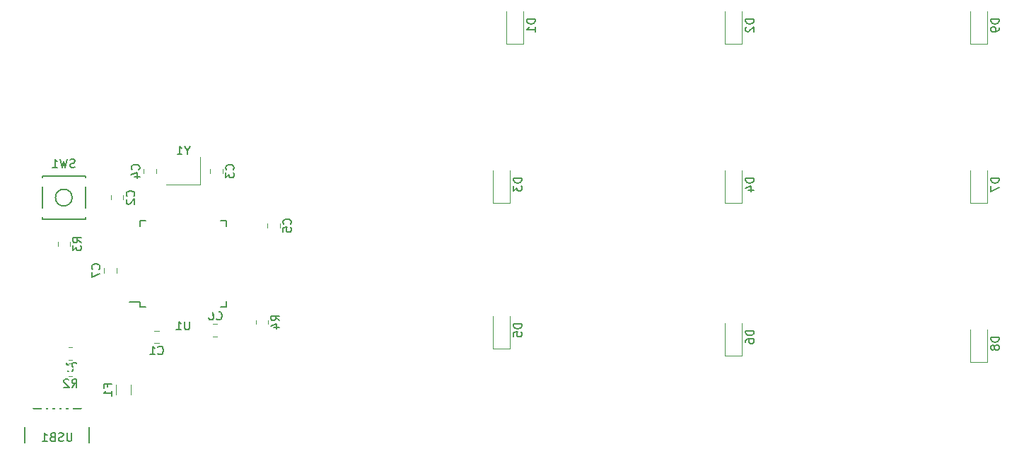
<source format=gbo>
%TF.GenerationSoftware,KiCad,Pcbnew,(5.1.10-1-10_14)*%
%TF.CreationDate,2021-07-24T22:10:12-05:00*%
%TF.ProjectId,Untitled,556e7469-746c-4656-942e-6b696361645f,rev?*%
%TF.SameCoordinates,Original*%
%TF.FileFunction,Legend,Bot*%
%TF.FilePolarity,Positive*%
%FSLAX46Y46*%
G04 Gerber Fmt 4.6, Leading zero omitted, Abs format (unit mm)*
G04 Created by KiCad (PCBNEW (5.1.10-1-10_14)) date 2021-07-24 22:10:12*
%MOMM*%
%LPD*%
G01*
G04 APERTURE LIST*
%ADD10C,0.150000*%
%ADD11C,0.120000*%
%ADD12O,1.700000X1.700000*%
%ADD13R,1.700000X1.700000*%
%ADD14R,0.500000X2.250000*%
%ADD15O,1.700000X2.700000*%
%ADD16C,1.750000*%
%ADD17C,2.250000*%
%ADD18C,3.987800*%
%ADD19R,1.200000X0.900000*%
%ADD20R,1.400000X1.200000*%
%ADD21R,1.500000X0.550000*%
%ADD22R,0.550000X1.500000*%
%ADD23R,1.800000X1.100000*%
G04 APERTURE END LIST*
D10*
%TO.C,USB1*%
X53856250Y-119634000D02*
X53856250Y-114184000D01*
X46156250Y-119634000D02*
X46156250Y-114184000D01*
X53856250Y-114184000D02*
X46156250Y-114184000D01*
D11*
%TO.C,D9*%
X161337500Y-70512500D02*
X161337500Y-66612500D01*
X159337500Y-70512500D02*
X159337500Y-66612500D01*
X161337500Y-70512500D02*
X159337500Y-70512500D01*
%TO.C,D8*%
X161337500Y-108612500D02*
X161337500Y-104712500D01*
X159337500Y-108612500D02*
X159337500Y-104712500D01*
X161337500Y-108612500D02*
X159337500Y-108612500D01*
%TO.C,D7*%
X161337500Y-89562500D02*
X161337500Y-85662500D01*
X159337500Y-89562500D02*
X159337500Y-85662500D01*
X161337500Y-89562500D02*
X159337500Y-89562500D01*
%TO.C,D6*%
X131968750Y-107818750D02*
X131968750Y-103918750D01*
X129968750Y-107818750D02*
X129968750Y-103918750D01*
X131968750Y-107818750D02*
X129968750Y-107818750D01*
%TO.C,D5*%
X104187500Y-107025000D02*
X104187500Y-103125000D01*
X102187500Y-107025000D02*
X102187500Y-103125000D01*
X104187500Y-107025000D02*
X102187500Y-107025000D01*
%TO.C,Y1*%
X67087500Y-87375000D02*
X63087500Y-87375000D01*
X67087500Y-84075000D02*
X67087500Y-87375000D01*
D10*
%TO.C,U1*%
X59912500Y-101437500D02*
X58637500Y-101437500D01*
X70262500Y-102012500D02*
X69587500Y-102012500D01*
X70262500Y-91662500D02*
X69587500Y-91662500D01*
X59912500Y-91662500D02*
X60587500Y-91662500D01*
X59912500Y-102012500D02*
X60587500Y-102012500D01*
X59912500Y-91662500D02*
X59912500Y-92337500D01*
X70262500Y-91662500D02*
X70262500Y-92337500D01*
X70262500Y-102012500D02*
X70262500Y-101337500D01*
X59912500Y-102012500D02*
X59912500Y-101437500D01*
%TO.C,SW1*%
X48200000Y-91500000D02*
X53400000Y-91500000D01*
X53400000Y-91500000D02*
X53400000Y-86300000D01*
X53400000Y-86300000D02*
X48200000Y-86300000D01*
X48200000Y-86300000D02*
X48200000Y-91500000D01*
X51800000Y-88900000D02*
G75*
G03*
X51800000Y-88900000I-1000000J0D01*
G01*
D11*
%TO.C,R4*%
X73782250Y-104017814D02*
X73782250Y-103563686D01*
X75252250Y-104017814D02*
X75252250Y-103563686D01*
%TO.C,R3*%
X50065000Y-94683314D02*
X50065000Y-94229186D01*
X51535000Y-94683314D02*
X51535000Y-94229186D01*
%TO.C,R2*%
X51366686Y-108802500D02*
X51820814Y-108802500D01*
X51366686Y-110272500D02*
X51820814Y-110272500D01*
%TO.C,R1*%
X51366686Y-106834000D02*
X51820814Y-106834000D01*
X51366686Y-108304000D02*
X51820814Y-108304000D01*
%TO.C,F1*%
X58853750Y-111316686D02*
X58853750Y-112520814D01*
X57033750Y-111316686D02*
X57033750Y-112520814D01*
%TO.C,D2*%
X131968750Y-70512500D02*
X129968750Y-70512500D01*
X129968750Y-70512500D02*
X129968750Y-66612500D01*
X131968750Y-70512500D02*
X131968750Y-66612500D01*
%TO.C,D4*%
X131968750Y-89562500D02*
X129968750Y-89562500D01*
X129968750Y-89562500D02*
X129968750Y-85662500D01*
X131968750Y-89562500D02*
X131968750Y-85662500D01*
%TO.C,D3*%
X104187500Y-89562500D02*
X102187500Y-89562500D01*
X102187500Y-89562500D02*
X102187500Y-85662500D01*
X104187500Y-89562500D02*
X104187500Y-85662500D01*
%TO.C,D1*%
X105775000Y-70512500D02*
X103775000Y-70512500D01*
X103775000Y-70512500D02*
X103775000Y-66612500D01*
X105775000Y-70512500D02*
X105775000Y-66612500D01*
%TO.C,C7*%
X57091250Y-97369998D02*
X57091250Y-97892502D01*
X55621250Y-97369998D02*
X55621250Y-97892502D01*
%TO.C,C6*%
X69190502Y-105510000D02*
X68667998Y-105510000D01*
X69190502Y-104040000D02*
X68667998Y-104040000D01*
%TO.C,C5*%
X75179250Y-92495002D02*
X75179250Y-91972498D01*
X76649250Y-92495002D02*
X76649250Y-91972498D01*
%TO.C,C4*%
X61853750Y-85463748D02*
X61853750Y-85986252D01*
X60383750Y-85463748D02*
X60383750Y-85986252D01*
%TO.C,C3*%
X68321250Y-85986252D02*
X68321250Y-85463748D01*
X69791250Y-85986252D02*
X69791250Y-85463748D01*
%TO.C,C2*%
X56415000Y-89161252D02*
X56415000Y-88638748D01*
X57885000Y-89161252D02*
X57885000Y-88638748D01*
%TO.C,C1*%
X61651248Y-104833750D02*
X62173752Y-104833750D01*
X61651248Y-106303750D02*
X62173752Y-106303750D01*
%TO.C,USB1*%
D10*
X51744345Y-117054380D02*
X51744345Y-117863904D01*
X51696726Y-117959142D01*
X51649107Y-118006761D01*
X51553869Y-118054380D01*
X51363392Y-118054380D01*
X51268154Y-118006761D01*
X51220535Y-117959142D01*
X51172916Y-117863904D01*
X51172916Y-117054380D01*
X50744345Y-118006761D02*
X50601488Y-118054380D01*
X50363392Y-118054380D01*
X50268154Y-118006761D01*
X50220535Y-117959142D01*
X50172916Y-117863904D01*
X50172916Y-117768666D01*
X50220535Y-117673428D01*
X50268154Y-117625809D01*
X50363392Y-117578190D01*
X50553869Y-117530571D01*
X50649107Y-117482952D01*
X50696726Y-117435333D01*
X50744345Y-117340095D01*
X50744345Y-117244857D01*
X50696726Y-117149619D01*
X50649107Y-117102000D01*
X50553869Y-117054380D01*
X50315773Y-117054380D01*
X50172916Y-117102000D01*
X49411011Y-117530571D02*
X49268154Y-117578190D01*
X49220535Y-117625809D01*
X49172916Y-117721047D01*
X49172916Y-117863904D01*
X49220535Y-117959142D01*
X49268154Y-118006761D01*
X49363392Y-118054380D01*
X49744345Y-118054380D01*
X49744345Y-117054380D01*
X49411011Y-117054380D01*
X49315773Y-117102000D01*
X49268154Y-117149619D01*
X49220535Y-117244857D01*
X49220535Y-117340095D01*
X49268154Y-117435333D01*
X49315773Y-117482952D01*
X49411011Y-117530571D01*
X49744345Y-117530571D01*
X48220535Y-118054380D02*
X48791964Y-118054380D01*
X48506250Y-118054380D02*
X48506250Y-117054380D01*
X48601488Y-117197238D01*
X48696726Y-117292476D01*
X48791964Y-117340095D01*
%TO.C,D9*%
X162789880Y-67524404D02*
X161789880Y-67524404D01*
X161789880Y-67762500D01*
X161837500Y-67905357D01*
X161932738Y-68000595D01*
X162027976Y-68048214D01*
X162218452Y-68095833D01*
X162361309Y-68095833D01*
X162551785Y-68048214D01*
X162647023Y-68000595D01*
X162742261Y-67905357D01*
X162789880Y-67762500D01*
X162789880Y-67524404D01*
X162789880Y-68572023D02*
X162789880Y-68762500D01*
X162742261Y-68857738D01*
X162694642Y-68905357D01*
X162551785Y-69000595D01*
X162361309Y-69048214D01*
X161980357Y-69048214D01*
X161885119Y-69000595D01*
X161837500Y-68952976D01*
X161789880Y-68857738D01*
X161789880Y-68667261D01*
X161837500Y-68572023D01*
X161885119Y-68524404D01*
X161980357Y-68476785D01*
X162218452Y-68476785D01*
X162313690Y-68524404D01*
X162361309Y-68572023D01*
X162408928Y-68667261D01*
X162408928Y-68857738D01*
X162361309Y-68952976D01*
X162313690Y-69000595D01*
X162218452Y-69048214D01*
%TO.C,D8*%
X162789880Y-105624404D02*
X161789880Y-105624404D01*
X161789880Y-105862500D01*
X161837500Y-106005357D01*
X161932738Y-106100595D01*
X162027976Y-106148214D01*
X162218452Y-106195833D01*
X162361309Y-106195833D01*
X162551785Y-106148214D01*
X162647023Y-106100595D01*
X162742261Y-106005357D01*
X162789880Y-105862500D01*
X162789880Y-105624404D01*
X162218452Y-106767261D02*
X162170833Y-106672023D01*
X162123214Y-106624404D01*
X162027976Y-106576785D01*
X161980357Y-106576785D01*
X161885119Y-106624404D01*
X161837500Y-106672023D01*
X161789880Y-106767261D01*
X161789880Y-106957738D01*
X161837500Y-107052976D01*
X161885119Y-107100595D01*
X161980357Y-107148214D01*
X162027976Y-107148214D01*
X162123214Y-107100595D01*
X162170833Y-107052976D01*
X162218452Y-106957738D01*
X162218452Y-106767261D01*
X162266071Y-106672023D01*
X162313690Y-106624404D01*
X162408928Y-106576785D01*
X162599404Y-106576785D01*
X162694642Y-106624404D01*
X162742261Y-106672023D01*
X162789880Y-106767261D01*
X162789880Y-106957738D01*
X162742261Y-107052976D01*
X162694642Y-107100595D01*
X162599404Y-107148214D01*
X162408928Y-107148214D01*
X162313690Y-107100595D01*
X162266071Y-107052976D01*
X162218452Y-106957738D01*
%TO.C,D7*%
X162789880Y-86574404D02*
X161789880Y-86574404D01*
X161789880Y-86812500D01*
X161837500Y-86955357D01*
X161932738Y-87050595D01*
X162027976Y-87098214D01*
X162218452Y-87145833D01*
X162361309Y-87145833D01*
X162551785Y-87098214D01*
X162647023Y-87050595D01*
X162742261Y-86955357D01*
X162789880Y-86812500D01*
X162789880Y-86574404D01*
X161789880Y-87479166D02*
X161789880Y-88145833D01*
X162789880Y-87717261D01*
%TO.C,D6*%
X133421130Y-104830654D02*
X132421130Y-104830654D01*
X132421130Y-105068750D01*
X132468750Y-105211607D01*
X132563988Y-105306845D01*
X132659226Y-105354464D01*
X132849702Y-105402083D01*
X132992559Y-105402083D01*
X133183035Y-105354464D01*
X133278273Y-105306845D01*
X133373511Y-105211607D01*
X133421130Y-105068750D01*
X133421130Y-104830654D01*
X132421130Y-106259226D02*
X132421130Y-106068750D01*
X132468750Y-105973511D01*
X132516369Y-105925892D01*
X132659226Y-105830654D01*
X132849702Y-105783035D01*
X133230654Y-105783035D01*
X133325892Y-105830654D01*
X133373511Y-105878273D01*
X133421130Y-105973511D01*
X133421130Y-106163988D01*
X133373511Y-106259226D01*
X133325892Y-106306845D01*
X133230654Y-106354464D01*
X132992559Y-106354464D01*
X132897321Y-106306845D01*
X132849702Y-106259226D01*
X132802083Y-106163988D01*
X132802083Y-105973511D01*
X132849702Y-105878273D01*
X132897321Y-105830654D01*
X132992559Y-105783035D01*
%TO.C,D5*%
X105639880Y-104036904D02*
X104639880Y-104036904D01*
X104639880Y-104275000D01*
X104687500Y-104417857D01*
X104782738Y-104513095D01*
X104877976Y-104560714D01*
X105068452Y-104608333D01*
X105211309Y-104608333D01*
X105401785Y-104560714D01*
X105497023Y-104513095D01*
X105592261Y-104417857D01*
X105639880Y-104275000D01*
X105639880Y-104036904D01*
X104639880Y-105513095D02*
X104639880Y-105036904D01*
X105116071Y-104989285D01*
X105068452Y-105036904D01*
X105020833Y-105132142D01*
X105020833Y-105370238D01*
X105068452Y-105465476D01*
X105116071Y-105513095D01*
X105211309Y-105560714D01*
X105449404Y-105560714D01*
X105544642Y-105513095D01*
X105592261Y-105465476D01*
X105639880Y-105370238D01*
X105639880Y-105132142D01*
X105592261Y-105036904D01*
X105544642Y-104989285D01*
%TO.C,Y1*%
X65563690Y-83251190D02*
X65563690Y-83727380D01*
X65897023Y-82727380D02*
X65563690Y-83251190D01*
X65230357Y-82727380D01*
X64373214Y-83727380D02*
X64944642Y-83727380D01*
X64658928Y-83727380D02*
X64658928Y-82727380D01*
X64754166Y-82870238D01*
X64849404Y-82965476D01*
X64944642Y-83013095D01*
%TO.C,U1*%
X65849404Y-103739880D02*
X65849404Y-104549404D01*
X65801785Y-104644642D01*
X65754166Y-104692261D01*
X65658928Y-104739880D01*
X65468452Y-104739880D01*
X65373214Y-104692261D01*
X65325595Y-104644642D01*
X65277976Y-104549404D01*
X65277976Y-103739880D01*
X64277976Y-104739880D02*
X64849404Y-104739880D01*
X64563690Y-104739880D02*
X64563690Y-103739880D01*
X64658928Y-103882738D01*
X64754166Y-103977976D01*
X64849404Y-104025595D01*
%TO.C,SW1*%
X52133333Y-85240761D02*
X51990476Y-85288380D01*
X51752380Y-85288380D01*
X51657142Y-85240761D01*
X51609523Y-85193142D01*
X51561904Y-85097904D01*
X51561904Y-85002666D01*
X51609523Y-84907428D01*
X51657142Y-84859809D01*
X51752380Y-84812190D01*
X51942857Y-84764571D01*
X52038095Y-84716952D01*
X52085714Y-84669333D01*
X52133333Y-84574095D01*
X52133333Y-84478857D01*
X52085714Y-84383619D01*
X52038095Y-84336000D01*
X51942857Y-84288380D01*
X51704761Y-84288380D01*
X51561904Y-84336000D01*
X51228571Y-84288380D02*
X50990476Y-85288380D01*
X50800000Y-84574095D01*
X50609523Y-85288380D01*
X50371428Y-84288380D01*
X49466666Y-85288380D02*
X50038095Y-85288380D01*
X49752380Y-85288380D02*
X49752380Y-84288380D01*
X49847619Y-84431238D01*
X49942857Y-84526476D01*
X50038095Y-84574095D01*
%TO.C,R4*%
X76619630Y-103624083D02*
X76143440Y-103290750D01*
X76619630Y-103052654D02*
X75619630Y-103052654D01*
X75619630Y-103433607D01*
X75667250Y-103528845D01*
X75714869Y-103576464D01*
X75810107Y-103624083D01*
X75952964Y-103624083D01*
X76048202Y-103576464D01*
X76095821Y-103528845D01*
X76143440Y-103433607D01*
X76143440Y-103052654D01*
X75952964Y-104481226D02*
X76619630Y-104481226D01*
X75572011Y-104243130D02*
X76286297Y-104005035D01*
X76286297Y-104624083D01*
%TO.C,R3*%
X52902380Y-94289583D02*
X52426190Y-93956250D01*
X52902380Y-93718154D02*
X51902380Y-93718154D01*
X51902380Y-94099107D01*
X51950000Y-94194345D01*
X51997619Y-94241964D01*
X52092857Y-94289583D01*
X52235714Y-94289583D01*
X52330952Y-94241964D01*
X52378571Y-94194345D01*
X52426190Y-94099107D01*
X52426190Y-93718154D01*
X51902380Y-94622916D02*
X51902380Y-95241964D01*
X52283333Y-94908630D01*
X52283333Y-95051488D01*
X52330952Y-95146726D01*
X52378571Y-95194345D01*
X52473809Y-95241964D01*
X52711904Y-95241964D01*
X52807142Y-95194345D01*
X52854761Y-95146726D01*
X52902380Y-95051488D01*
X52902380Y-94765773D01*
X52854761Y-94670535D01*
X52807142Y-94622916D01*
%TO.C,R2*%
X51760416Y-111639880D02*
X52093750Y-111163690D01*
X52331845Y-111639880D02*
X52331845Y-110639880D01*
X51950892Y-110639880D01*
X51855654Y-110687500D01*
X51808035Y-110735119D01*
X51760416Y-110830357D01*
X51760416Y-110973214D01*
X51808035Y-111068452D01*
X51855654Y-111116071D01*
X51950892Y-111163690D01*
X52331845Y-111163690D01*
X51379464Y-110735119D02*
X51331845Y-110687500D01*
X51236607Y-110639880D01*
X50998511Y-110639880D01*
X50903273Y-110687500D01*
X50855654Y-110735119D01*
X50808035Y-110830357D01*
X50808035Y-110925595D01*
X50855654Y-111068452D01*
X51427083Y-111639880D01*
X50808035Y-111639880D01*
%TO.C,R1*%
X51760416Y-109671380D02*
X52093750Y-109195190D01*
X52331845Y-109671380D02*
X52331845Y-108671380D01*
X51950892Y-108671380D01*
X51855654Y-108719000D01*
X51808035Y-108766619D01*
X51760416Y-108861857D01*
X51760416Y-109004714D01*
X51808035Y-109099952D01*
X51855654Y-109147571D01*
X51950892Y-109195190D01*
X52331845Y-109195190D01*
X50808035Y-109671380D02*
X51379464Y-109671380D01*
X51093750Y-109671380D02*
X51093750Y-108671380D01*
X51188988Y-108814238D01*
X51284226Y-108909476D01*
X51379464Y-108957095D01*
%TO.C,F1*%
X56052321Y-111585416D02*
X56052321Y-111252083D01*
X56576130Y-111252083D02*
X55576130Y-111252083D01*
X55576130Y-111728273D01*
X56576130Y-112633035D02*
X56576130Y-112061607D01*
X56576130Y-112347321D02*
X55576130Y-112347321D01*
X55718988Y-112252083D01*
X55814226Y-112156845D01*
X55861845Y-112061607D01*
%TO.C,D2*%
X133421130Y-67524404D02*
X132421130Y-67524404D01*
X132421130Y-67762500D01*
X132468750Y-67905357D01*
X132563988Y-68000595D01*
X132659226Y-68048214D01*
X132849702Y-68095833D01*
X132992559Y-68095833D01*
X133183035Y-68048214D01*
X133278273Y-68000595D01*
X133373511Y-67905357D01*
X133421130Y-67762500D01*
X133421130Y-67524404D01*
X132516369Y-68476785D02*
X132468750Y-68524404D01*
X132421130Y-68619642D01*
X132421130Y-68857738D01*
X132468750Y-68952976D01*
X132516369Y-69000595D01*
X132611607Y-69048214D01*
X132706845Y-69048214D01*
X132849702Y-69000595D01*
X133421130Y-68429166D01*
X133421130Y-69048214D01*
%TO.C,D4*%
X133421130Y-86574404D02*
X132421130Y-86574404D01*
X132421130Y-86812500D01*
X132468750Y-86955357D01*
X132563988Y-87050595D01*
X132659226Y-87098214D01*
X132849702Y-87145833D01*
X132992559Y-87145833D01*
X133183035Y-87098214D01*
X133278273Y-87050595D01*
X133373511Y-86955357D01*
X133421130Y-86812500D01*
X133421130Y-86574404D01*
X132754464Y-88002976D02*
X133421130Y-88002976D01*
X132373511Y-87764880D02*
X133087797Y-87526785D01*
X133087797Y-88145833D01*
%TO.C,D3*%
X105639880Y-86574404D02*
X104639880Y-86574404D01*
X104639880Y-86812500D01*
X104687500Y-86955357D01*
X104782738Y-87050595D01*
X104877976Y-87098214D01*
X105068452Y-87145833D01*
X105211309Y-87145833D01*
X105401785Y-87098214D01*
X105497023Y-87050595D01*
X105592261Y-86955357D01*
X105639880Y-86812500D01*
X105639880Y-86574404D01*
X104639880Y-87479166D02*
X104639880Y-88098214D01*
X105020833Y-87764880D01*
X105020833Y-87907738D01*
X105068452Y-88002976D01*
X105116071Y-88050595D01*
X105211309Y-88098214D01*
X105449404Y-88098214D01*
X105544642Y-88050595D01*
X105592261Y-88002976D01*
X105639880Y-87907738D01*
X105639880Y-87622023D01*
X105592261Y-87526785D01*
X105544642Y-87479166D01*
%TO.C,D1*%
X107227380Y-67524404D02*
X106227380Y-67524404D01*
X106227380Y-67762500D01*
X106275000Y-67905357D01*
X106370238Y-68000595D01*
X106465476Y-68048214D01*
X106655952Y-68095833D01*
X106798809Y-68095833D01*
X106989285Y-68048214D01*
X107084523Y-68000595D01*
X107179761Y-67905357D01*
X107227380Y-67762500D01*
X107227380Y-67524404D01*
X107227380Y-69048214D02*
X107227380Y-68476785D01*
X107227380Y-68762500D02*
X106227380Y-68762500D01*
X106370238Y-68667261D01*
X106465476Y-68572023D01*
X106513095Y-68476785D01*
%TO.C,C7*%
X55033392Y-97464583D02*
X55081011Y-97416964D01*
X55128630Y-97274107D01*
X55128630Y-97178869D01*
X55081011Y-97036011D01*
X54985773Y-96940773D01*
X54890535Y-96893154D01*
X54700059Y-96845535D01*
X54557202Y-96845535D01*
X54366726Y-96893154D01*
X54271488Y-96940773D01*
X54176250Y-97036011D01*
X54128630Y-97178869D01*
X54128630Y-97274107D01*
X54176250Y-97416964D01*
X54223869Y-97464583D01*
X54128630Y-97797916D02*
X54128630Y-98464583D01*
X55128630Y-98036011D01*
%TO.C,C6*%
X69095916Y-103452142D02*
X69143535Y-103499761D01*
X69286392Y-103547380D01*
X69381630Y-103547380D01*
X69524488Y-103499761D01*
X69619726Y-103404523D01*
X69667345Y-103309285D01*
X69714964Y-103118809D01*
X69714964Y-102975952D01*
X69667345Y-102785476D01*
X69619726Y-102690238D01*
X69524488Y-102595000D01*
X69381630Y-102547380D01*
X69286392Y-102547380D01*
X69143535Y-102595000D01*
X69095916Y-102642619D01*
X68238773Y-102547380D02*
X68429250Y-102547380D01*
X68524488Y-102595000D01*
X68572107Y-102642619D01*
X68667345Y-102785476D01*
X68714964Y-102975952D01*
X68714964Y-103356904D01*
X68667345Y-103452142D01*
X68619726Y-103499761D01*
X68524488Y-103547380D01*
X68334011Y-103547380D01*
X68238773Y-103499761D01*
X68191154Y-103452142D01*
X68143535Y-103356904D01*
X68143535Y-103118809D01*
X68191154Y-103023571D01*
X68238773Y-102975952D01*
X68334011Y-102928333D01*
X68524488Y-102928333D01*
X68619726Y-102975952D01*
X68667345Y-103023571D01*
X68714964Y-103118809D01*
%TO.C,C5*%
X77951392Y-92067083D02*
X77999011Y-92019464D01*
X78046630Y-91876607D01*
X78046630Y-91781369D01*
X77999011Y-91638511D01*
X77903773Y-91543273D01*
X77808535Y-91495654D01*
X77618059Y-91448035D01*
X77475202Y-91448035D01*
X77284726Y-91495654D01*
X77189488Y-91543273D01*
X77094250Y-91638511D01*
X77046630Y-91781369D01*
X77046630Y-91876607D01*
X77094250Y-92019464D01*
X77141869Y-92067083D01*
X77046630Y-92971845D02*
X77046630Y-92495654D01*
X77522821Y-92448035D01*
X77475202Y-92495654D01*
X77427583Y-92590892D01*
X77427583Y-92828988D01*
X77475202Y-92924226D01*
X77522821Y-92971845D01*
X77618059Y-93019464D01*
X77856154Y-93019464D01*
X77951392Y-92971845D01*
X77999011Y-92924226D01*
X78046630Y-92828988D01*
X78046630Y-92590892D01*
X77999011Y-92495654D01*
X77951392Y-92448035D01*
%TO.C,C4*%
X59795892Y-85558333D02*
X59843511Y-85510714D01*
X59891130Y-85367857D01*
X59891130Y-85272619D01*
X59843511Y-85129761D01*
X59748273Y-85034523D01*
X59653035Y-84986904D01*
X59462559Y-84939285D01*
X59319702Y-84939285D01*
X59129226Y-84986904D01*
X59033988Y-85034523D01*
X58938750Y-85129761D01*
X58891130Y-85272619D01*
X58891130Y-85367857D01*
X58938750Y-85510714D01*
X58986369Y-85558333D01*
X59224464Y-86415476D02*
X59891130Y-86415476D01*
X58843511Y-86177380D02*
X59557797Y-85939285D01*
X59557797Y-86558333D01*
%TO.C,C3*%
X71093392Y-85558333D02*
X71141011Y-85510714D01*
X71188630Y-85367857D01*
X71188630Y-85272619D01*
X71141011Y-85129761D01*
X71045773Y-85034523D01*
X70950535Y-84986904D01*
X70760059Y-84939285D01*
X70617202Y-84939285D01*
X70426726Y-84986904D01*
X70331488Y-85034523D01*
X70236250Y-85129761D01*
X70188630Y-85272619D01*
X70188630Y-85367857D01*
X70236250Y-85510714D01*
X70283869Y-85558333D01*
X70188630Y-85891666D02*
X70188630Y-86510714D01*
X70569583Y-86177380D01*
X70569583Y-86320238D01*
X70617202Y-86415476D01*
X70664821Y-86463095D01*
X70760059Y-86510714D01*
X70998154Y-86510714D01*
X71093392Y-86463095D01*
X71141011Y-86415476D01*
X71188630Y-86320238D01*
X71188630Y-86034523D01*
X71141011Y-85939285D01*
X71093392Y-85891666D01*
%TO.C,C2*%
X59187142Y-88733333D02*
X59234761Y-88685714D01*
X59282380Y-88542857D01*
X59282380Y-88447619D01*
X59234761Y-88304761D01*
X59139523Y-88209523D01*
X59044285Y-88161904D01*
X58853809Y-88114285D01*
X58710952Y-88114285D01*
X58520476Y-88161904D01*
X58425238Y-88209523D01*
X58330000Y-88304761D01*
X58282380Y-88447619D01*
X58282380Y-88542857D01*
X58330000Y-88685714D01*
X58377619Y-88733333D01*
X58377619Y-89114285D02*
X58330000Y-89161904D01*
X58282380Y-89257142D01*
X58282380Y-89495238D01*
X58330000Y-89590476D01*
X58377619Y-89638095D01*
X58472857Y-89685714D01*
X58568095Y-89685714D01*
X58710952Y-89638095D01*
X59282380Y-89066666D01*
X59282380Y-89685714D01*
%TO.C,C1*%
X62079166Y-107605892D02*
X62126785Y-107653511D01*
X62269642Y-107701130D01*
X62364880Y-107701130D01*
X62507738Y-107653511D01*
X62602976Y-107558273D01*
X62650595Y-107463035D01*
X62698214Y-107272559D01*
X62698214Y-107129702D01*
X62650595Y-106939226D01*
X62602976Y-106843988D01*
X62507738Y-106748750D01*
X62364880Y-106701130D01*
X62269642Y-106701130D01*
X62126785Y-106748750D01*
X62079166Y-106796369D01*
X61126785Y-107701130D02*
X61698214Y-107701130D01*
X61412500Y-107701130D02*
X61412500Y-106701130D01*
X61507738Y-106843988D01*
X61602976Y-106939226D01*
X61698214Y-106986845D01*
%TD*%
%LPC*%
D12*
%TO.C,J1*%
X46990000Y-101600000D03*
X44450000Y-101600000D03*
X46990000Y-99060000D03*
X44450000Y-99060000D03*
X46990000Y-96520000D03*
D13*
X44450000Y-96520000D03*
%TD*%
D14*
%TO.C,USB1*%
X48406250Y-115134000D03*
X49206250Y-115134000D03*
X50006250Y-115134000D03*
X50806250Y-115134000D03*
X51606250Y-115134000D03*
D15*
X53656250Y-115134000D03*
X46356250Y-115134000D03*
X46356250Y-119634000D03*
X53656250Y-119634000D03*
%TD*%
D16*
%TO.C,MX9*%
X155733750Y-68262500D03*
X145573750Y-68262500D03*
D17*
X148153750Y-64262500D03*
D18*
X150653750Y-68262500D03*
G36*
G01*
X146092438Y-66559850D02*
X146092433Y-66559845D01*
G75*
G02*
X146006405Y-64971183I751317J837345D01*
G01*
X147316407Y-63511183D01*
G75*
G02*
X148905069Y-63425155I837345J-751317D01*
G01*
X148905069Y-63425155D01*
G75*
G02*
X148991097Y-65013817I-751317J-837345D01*
G01*
X147681095Y-66473817D01*
G75*
G02*
X146092433Y-66559845I-837345J751317D01*
G01*
G37*
D17*
X153193750Y-63182500D03*
G36*
G01*
X153077233Y-64884895D02*
X153076347Y-64884834D01*
G75*
G02*
X152031416Y-63685097I77403J1122334D01*
G01*
X152071416Y-63105097D01*
G75*
G02*
X153271153Y-62060166I1122334J-77403D01*
G01*
X153271153Y-62060166D01*
G75*
G02*
X154316084Y-63259903I-77403J-1122334D01*
G01*
X154276084Y-63839903D01*
G75*
G02*
X153076347Y-64884834I-1122334J77403D01*
G01*
G37*
%TD*%
D16*
%TO.C,MX5*%
X98742500Y-106362500D03*
X88582500Y-106362500D03*
D17*
X91162500Y-102362500D03*
D18*
X93662500Y-106362500D03*
G36*
G01*
X89101188Y-104659850D02*
X89101183Y-104659845D01*
G75*
G02*
X89015155Y-103071183I751317J837345D01*
G01*
X90325157Y-101611183D01*
G75*
G02*
X91913819Y-101525155I837345J-751317D01*
G01*
X91913819Y-101525155D01*
G75*
G02*
X91999847Y-103113817I-751317J-837345D01*
G01*
X90689845Y-104573817D01*
G75*
G02*
X89101183Y-104659845I-837345J751317D01*
G01*
G37*
D17*
X96202500Y-101282500D03*
G36*
G01*
X96085983Y-102984895D02*
X96085097Y-102984834D01*
G75*
G02*
X95040166Y-101785097I77403J1122334D01*
G01*
X95080166Y-101205097D01*
G75*
G02*
X96279903Y-100160166I1122334J-77403D01*
G01*
X96279903Y-100160166D01*
G75*
G02*
X97324834Y-101359903I-77403J-1122334D01*
G01*
X97284834Y-101939903D01*
G75*
G02*
X96085097Y-102984834I-1122334J77403D01*
G01*
G37*
%TD*%
D16*
%TO.C,MX1*%
X98742500Y-68262500D03*
X88582500Y-68262500D03*
D17*
X91162500Y-64262500D03*
D18*
X93662500Y-68262500D03*
G36*
G01*
X89101188Y-66559850D02*
X89101183Y-66559845D01*
G75*
G02*
X89015155Y-64971183I751317J837345D01*
G01*
X90325157Y-63511183D01*
G75*
G02*
X91913819Y-63425155I837345J-751317D01*
G01*
X91913819Y-63425155D01*
G75*
G02*
X91999847Y-65013817I-751317J-837345D01*
G01*
X90689845Y-66473817D01*
G75*
G02*
X89101183Y-66559845I-837345J751317D01*
G01*
G37*
D17*
X96202500Y-63182500D03*
G36*
G01*
X96085983Y-64884895D02*
X96085097Y-64884834D01*
G75*
G02*
X95040166Y-63685097I77403J1122334D01*
G01*
X95080166Y-63105097D01*
G75*
G02*
X96279903Y-62060166I1122334J-77403D01*
G01*
X96279903Y-62060166D01*
G75*
G02*
X97324834Y-63259903I-77403J-1122334D01*
G01*
X97284834Y-63839903D01*
G75*
G02*
X96085097Y-64884834I-1122334J77403D01*
G01*
G37*
%TD*%
D16*
%TO.C,MX6*%
X127317500Y-106362500D03*
X117157500Y-106362500D03*
D17*
X119737500Y-102362500D03*
D18*
X122237500Y-106362500D03*
G36*
G01*
X117676188Y-104659850D02*
X117676183Y-104659845D01*
G75*
G02*
X117590155Y-103071183I751317J837345D01*
G01*
X118900157Y-101611183D01*
G75*
G02*
X120488819Y-101525155I837345J-751317D01*
G01*
X120488819Y-101525155D01*
G75*
G02*
X120574847Y-103113817I-751317J-837345D01*
G01*
X119264845Y-104573817D01*
G75*
G02*
X117676183Y-104659845I-837345J751317D01*
G01*
G37*
D17*
X124777500Y-101282500D03*
G36*
G01*
X124660983Y-102984895D02*
X124660097Y-102984834D01*
G75*
G02*
X123615166Y-101785097I77403J1122334D01*
G01*
X123655166Y-101205097D01*
G75*
G02*
X124854903Y-100160166I1122334J-77403D01*
G01*
X124854903Y-100160166D01*
G75*
G02*
X125899834Y-101359903I-77403J-1122334D01*
G01*
X125859834Y-101939903D01*
G75*
G02*
X124660097Y-102984834I-1122334J77403D01*
G01*
G37*
%TD*%
D16*
%TO.C,MX8*%
X155892500Y-106362500D03*
X145732500Y-106362500D03*
D17*
X148312500Y-102362500D03*
D18*
X150812500Y-106362500D03*
G36*
G01*
X146251188Y-104659850D02*
X146251183Y-104659845D01*
G75*
G02*
X146165155Y-103071183I751317J837345D01*
G01*
X147475157Y-101611183D01*
G75*
G02*
X149063819Y-101525155I837345J-751317D01*
G01*
X149063819Y-101525155D01*
G75*
G02*
X149149847Y-103113817I-751317J-837345D01*
G01*
X147839845Y-104573817D01*
G75*
G02*
X146251183Y-104659845I-837345J751317D01*
G01*
G37*
D17*
X153352500Y-101282500D03*
G36*
G01*
X153235983Y-102984895D02*
X153235097Y-102984834D01*
G75*
G02*
X152190166Y-101785097I77403J1122334D01*
G01*
X152230166Y-101205097D01*
G75*
G02*
X153429903Y-100160166I1122334J-77403D01*
G01*
X153429903Y-100160166D01*
G75*
G02*
X154474834Y-101359903I-77403J-1122334D01*
G01*
X154434834Y-101939903D01*
G75*
G02*
X153235097Y-102984834I-1122334J77403D01*
G01*
G37*
%TD*%
D16*
%TO.C,MX7*%
X155892500Y-87312500D03*
X145732500Y-87312500D03*
D17*
X148312500Y-83312500D03*
D18*
X150812500Y-87312500D03*
G36*
G01*
X146251188Y-85609850D02*
X146251183Y-85609845D01*
G75*
G02*
X146165155Y-84021183I751317J837345D01*
G01*
X147475157Y-82561183D01*
G75*
G02*
X149063819Y-82475155I837345J-751317D01*
G01*
X149063819Y-82475155D01*
G75*
G02*
X149149847Y-84063817I-751317J-837345D01*
G01*
X147839845Y-85523817D01*
G75*
G02*
X146251183Y-85609845I-837345J751317D01*
G01*
G37*
D17*
X153352500Y-82232500D03*
G36*
G01*
X153235983Y-83934895D02*
X153235097Y-83934834D01*
G75*
G02*
X152190166Y-82735097I77403J1122334D01*
G01*
X152230166Y-82155097D01*
G75*
G02*
X153429903Y-81110166I1122334J-77403D01*
G01*
X153429903Y-81110166D01*
G75*
G02*
X154474834Y-82309903I-77403J-1122334D01*
G01*
X154434834Y-82889903D01*
G75*
G02*
X153235097Y-83934834I-1122334J77403D01*
G01*
G37*
%TD*%
D19*
%TO.C,D9*%
X160337500Y-66612500D03*
X160337500Y-69912500D03*
%TD*%
%TO.C,D8*%
X160337500Y-104712500D03*
X160337500Y-108012500D03*
%TD*%
%TO.C,D7*%
X160337500Y-85662500D03*
X160337500Y-88962500D03*
%TD*%
%TO.C,D6*%
X130968750Y-103918750D03*
X130968750Y-107218750D03*
%TD*%
%TO.C,D5*%
X103187500Y-103125000D03*
X103187500Y-106425000D03*
%TD*%
D20*
%TO.C,Y1*%
X66187500Y-86575000D03*
X63987500Y-86575000D03*
X63987500Y-84875000D03*
X66187500Y-84875000D03*
%TD*%
D21*
%TO.C,U1*%
X59387500Y-100837500D03*
X59387500Y-100037500D03*
X59387500Y-99237500D03*
X59387500Y-98437500D03*
X59387500Y-97637500D03*
X59387500Y-96837500D03*
X59387500Y-96037500D03*
X59387500Y-95237500D03*
X59387500Y-94437500D03*
X59387500Y-93637500D03*
X59387500Y-92837500D03*
D22*
X61087500Y-91137500D03*
X61887500Y-91137500D03*
X62687500Y-91137500D03*
X63487500Y-91137500D03*
X64287500Y-91137500D03*
X65087500Y-91137500D03*
X65887500Y-91137500D03*
X66687500Y-91137500D03*
X67487500Y-91137500D03*
X68287500Y-91137500D03*
X69087500Y-91137500D03*
D21*
X70787500Y-92837500D03*
X70787500Y-93637500D03*
X70787500Y-94437500D03*
X70787500Y-95237500D03*
X70787500Y-96037500D03*
X70787500Y-96837500D03*
X70787500Y-97637500D03*
X70787500Y-98437500D03*
X70787500Y-99237500D03*
X70787500Y-100037500D03*
X70787500Y-100837500D03*
D22*
X69087500Y-102537500D03*
X68287500Y-102537500D03*
X67487500Y-102537500D03*
X66687500Y-102537500D03*
X65887500Y-102537500D03*
X65087500Y-102537500D03*
X64287500Y-102537500D03*
X63487500Y-102537500D03*
X62687500Y-102537500D03*
X61887500Y-102537500D03*
X61087500Y-102537500D03*
%TD*%
D23*
%TO.C,SW1*%
X53900000Y-87050000D03*
X47700000Y-90750000D03*
X53900000Y-90750000D03*
X47700000Y-87050000D03*
%TD*%
%TO.C,R4*%
G36*
G01*
X74967252Y-105215750D02*
X74067248Y-105215750D01*
G75*
G02*
X73817250Y-104965752I0J249998D01*
G01*
X73817250Y-104440748D01*
G75*
G02*
X74067248Y-104190750I249998J0D01*
G01*
X74967252Y-104190750D01*
G75*
G02*
X75217250Y-104440748I0J-249998D01*
G01*
X75217250Y-104965752D01*
G75*
G02*
X74967252Y-105215750I-249998J0D01*
G01*
G37*
G36*
G01*
X74967252Y-103390750D02*
X74067248Y-103390750D01*
G75*
G02*
X73817250Y-103140752I0J249998D01*
G01*
X73817250Y-102615748D01*
G75*
G02*
X74067248Y-102365750I249998J0D01*
G01*
X74967252Y-102365750D01*
G75*
G02*
X75217250Y-102615748I0J-249998D01*
G01*
X75217250Y-103140752D01*
G75*
G02*
X74967252Y-103390750I-249998J0D01*
G01*
G37*
%TD*%
%TO.C,R3*%
G36*
G01*
X51250002Y-95881250D02*
X50349998Y-95881250D01*
G75*
G02*
X50100000Y-95631252I0J249998D01*
G01*
X50100000Y-95106248D01*
G75*
G02*
X50349998Y-94856250I249998J0D01*
G01*
X51250002Y-94856250D01*
G75*
G02*
X51500000Y-95106248I0J-249998D01*
G01*
X51500000Y-95631252D01*
G75*
G02*
X51250002Y-95881250I-249998J0D01*
G01*
G37*
G36*
G01*
X51250002Y-94056250D02*
X50349998Y-94056250D01*
G75*
G02*
X50100000Y-93806252I0J249998D01*
G01*
X50100000Y-93281248D01*
G75*
G02*
X50349998Y-93031250I249998J0D01*
G01*
X51250002Y-93031250D01*
G75*
G02*
X51500000Y-93281248I0J-249998D01*
G01*
X51500000Y-93806252D01*
G75*
G02*
X51250002Y-94056250I-249998J0D01*
G01*
G37*
%TD*%
%TO.C,R2*%
G36*
G01*
X50168750Y-109987502D02*
X50168750Y-109087498D01*
G75*
G02*
X50418748Y-108837500I249998J0D01*
G01*
X50943752Y-108837500D01*
G75*
G02*
X51193750Y-109087498I0J-249998D01*
G01*
X51193750Y-109987502D01*
G75*
G02*
X50943752Y-110237500I-249998J0D01*
G01*
X50418748Y-110237500D01*
G75*
G02*
X50168750Y-109987502I0J249998D01*
G01*
G37*
G36*
G01*
X51993750Y-109987502D02*
X51993750Y-109087498D01*
G75*
G02*
X52243748Y-108837500I249998J0D01*
G01*
X52768752Y-108837500D01*
G75*
G02*
X53018750Y-109087498I0J-249998D01*
G01*
X53018750Y-109987502D01*
G75*
G02*
X52768752Y-110237500I-249998J0D01*
G01*
X52243748Y-110237500D01*
G75*
G02*
X51993750Y-109987502I0J249998D01*
G01*
G37*
%TD*%
%TO.C,R1*%
G36*
G01*
X50168750Y-108019002D02*
X50168750Y-107118998D01*
G75*
G02*
X50418748Y-106869000I249998J0D01*
G01*
X50943752Y-106869000D01*
G75*
G02*
X51193750Y-107118998I0J-249998D01*
G01*
X51193750Y-108019002D01*
G75*
G02*
X50943752Y-108269000I-249998J0D01*
G01*
X50418748Y-108269000D01*
G75*
G02*
X50168750Y-108019002I0J249998D01*
G01*
G37*
G36*
G01*
X51993750Y-108019002D02*
X51993750Y-107118998D01*
G75*
G02*
X52243748Y-106869000I249998J0D01*
G01*
X52768752Y-106869000D01*
G75*
G02*
X53018750Y-107118998I0J-249998D01*
G01*
X53018750Y-108019002D01*
G75*
G02*
X52768752Y-108269000I-249998J0D01*
G01*
X52243748Y-108269000D01*
G75*
G02*
X51993750Y-108019002I0J249998D01*
G01*
G37*
%TD*%
D16*
%TO.C,MX2*%
X127317500Y-68262500D03*
X117157500Y-68262500D03*
D17*
X119737500Y-64262500D03*
D18*
X122237500Y-68262500D03*
G36*
G01*
X117676188Y-66559850D02*
X117676183Y-66559845D01*
G75*
G02*
X117590155Y-64971183I751317J837345D01*
G01*
X118900157Y-63511183D01*
G75*
G02*
X120488819Y-63425155I837345J-751317D01*
G01*
X120488819Y-63425155D01*
G75*
G02*
X120574847Y-65013817I-751317J-837345D01*
G01*
X119264845Y-66473817D01*
G75*
G02*
X117676183Y-66559845I-837345J751317D01*
G01*
G37*
D17*
X124777500Y-63182500D03*
G36*
G01*
X124660983Y-64884895D02*
X124660097Y-64884834D01*
G75*
G02*
X123615166Y-63685097I77403J1122334D01*
G01*
X123655166Y-63105097D01*
G75*
G02*
X124854903Y-62060166I1122334J-77403D01*
G01*
X124854903Y-62060166D01*
G75*
G02*
X125899834Y-63259903I-77403J-1122334D01*
G01*
X125859834Y-63839903D01*
G75*
G02*
X124660097Y-64884834I-1122334J77403D01*
G01*
G37*
%TD*%
D16*
%TO.C,MX4*%
X127317500Y-87312500D03*
X117157500Y-87312500D03*
D17*
X119737500Y-83312500D03*
D18*
X122237500Y-87312500D03*
G36*
G01*
X117676188Y-85609850D02*
X117676183Y-85609845D01*
G75*
G02*
X117590155Y-84021183I751317J837345D01*
G01*
X118900157Y-82561183D01*
G75*
G02*
X120488819Y-82475155I837345J-751317D01*
G01*
X120488819Y-82475155D01*
G75*
G02*
X120574847Y-84063817I-751317J-837345D01*
G01*
X119264845Y-85523817D01*
G75*
G02*
X117676183Y-85609845I-837345J751317D01*
G01*
G37*
D17*
X124777500Y-82232500D03*
G36*
G01*
X124660983Y-83934895D02*
X124660097Y-83934834D01*
G75*
G02*
X123615166Y-82735097I77403J1122334D01*
G01*
X123655166Y-82155097D01*
G75*
G02*
X124854903Y-81110166I1122334J-77403D01*
G01*
X124854903Y-81110166D01*
G75*
G02*
X125899834Y-82309903I-77403J-1122334D01*
G01*
X125859834Y-82889903D01*
G75*
G02*
X124660097Y-83934834I-1122334J77403D01*
G01*
G37*
%TD*%
D16*
%TO.C,MX3*%
X98742500Y-87312500D03*
X88582500Y-87312500D03*
D17*
X91162500Y-83312500D03*
D18*
X93662500Y-87312500D03*
G36*
G01*
X89101188Y-85609850D02*
X89101183Y-85609845D01*
G75*
G02*
X89015155Y-84021183I751317J837345D01*
G01*
X90325157Y-82561183D01*
G75*
G02*
X91913819Y-82475155I837345J-751317D01*
G01*
X91913819Y-82475155D01*
G75*
G02*
X91999847Y-84063817I-751317J-837345D01*
G01*
X90689845Y-85523817D01*
G75*
G02*
X89101183Y-85609845I-837345J751317D01*
G01*
G37*
D17*
X96202500Y-82232500D03*
G36*
G01*
X96085983Y-83934895D02*
X96085097Y-83934834D01*
G75*
G02*
X95040166Y-82735097I77403J1122334D01*
G01*
X95080166Y-82155097D01*
G75*
G02*
X96279903Y-81110166I1122334J-77403D01*
G01*
X96279903Y-81110166D01*
G75*
G02*
X97324834Y-82309903I-77403J-1122334D01*
G01*
X97284834Y-82889903D01*
G75*
G02*
X96085097Y-83934834I-1122334J77403D01*
G01*
G37*
%TD*%
%TO.C,F1*%
G36*
G01*
X57318750Y-109893750D02*
X58568750Y-109893750D01*
G75*
G02*
X58818750Y-110143750I0J-250000D01*
G01*
X58818750Y-110893750D01*
G75*
G02*
X58568750Y-111143750I-250000J0D01*
G01*
X57318750Y-111143750D01*
G75*
G02*
X57068750Y-110893750I0J250000D01*
G01*
X57068750Y-110143750D01*
G75*
G02*
X57318750Y-109893750I250000J0D01*
G01*
G37*
G36*
G01*
X57318750Y-112693750D02*
X58568750Y-112693750D01*
G75*
G02*
X58818750Y-112943750I0J-250000D01*
G01*
X58818750Y-113693750D01*
G75*
G02*
X58568750Y-113943750I-250000J0D01*
G01*
X57318750Y-113943750D01*
G75*
G02*
X57068750Y-113693750I0J250000D01*
G01*
X57068750Y-112943750D01*
G75*
G02*
X57318750Y-112693750I250000J0D01*
G01*
G37*
%TD*%
D19*
%TO.C,D2*%
X130968750Y-66612500D03*
X130968750Y-69912500D03*
%TD*%
%TO.C,D4*%
X130968750Y-85662500D03*
X130968750Y-88962500D03*
%TD*%
%TO.C,D3*%
X103187500Y-85662500D03*
X103187500Y-88962500D03*
%TD*%
%TO.C,D1*%
X104775000Y-66612500D03*
X104775000Y-69912500D03*
%TD*%
%TO.C,C7*%
G36*
G01*
X55881250Y-96181250D02*
X56831250Y-96181250D01*
G75*
G02*
X57081250Y-96431250I0J-250000D01*
G01*
X57081250Y-96931250D01*
G75*
G02*
X56831250Y-97181250I-250000J0D01*
G01*
X55881250Y-97181250D01*
G75*
G02*
X55631250Y-96931250I0J250000D01*
G01*
X55631250Y-96431250D01*
G75*
G02*
X55881250Y-96181250I250000J0D01*
G01*
G37*
G36*
G01*
X55881250Y-98081250D02*
X56831250Y-98081250D01*
G75*
G02*
X57081250Y-98331250I0J-250000D01*
G01*
X57081250Y-98831250D01*
G75*
G02*
X56831250Y-99081250I-250000J0D01*
G01*
X55881250Y-99081250D01*
G75*
G02*
X55631250Y-98831250I0J250000D01*
G01*
X55631250Y-98331250D01*
G75*
G02*
X55881250Y-98081250I250000J0D01*
G01*
G37*
%TD*%
%TO.C,C6*%
G36*
G01*
X70379250Y-104300000D02*
X70379250Y-105250000D01*
G75*
G02*
X70129250Y-105500000I-250000J0D01*
G01*
X69629250Y-105500000D01*
G75*
G02*
X69379250Y-105250000I0J250000D01*
G01*
X69379250Y-104300000D01*
G75*
G02*
X69629250Y-104050000I250000J0D01*
G01*
X70129250Y-104050000D01*
G75*
G02*
X70379250Y-104300000I0J-250000D01*
G01*
G37*
G36*
G01*
X68479250Y-104300000D02*
X68479250Y-105250000D01*
G75*
G02*
X68229250Y-105500000I-250000J0D01*
G01*
X67729250Y-105500000D01*
G75*
G02*
X67479250Y-105250000I0J250000D01*
G01*
X67479250Y-104300000D01*
G75*
G02*
X67729250Y-104050000I250000J0D01*
G01*
X68229250Y-104050000D01*
G75*
G02*
X68479250Y-104300000I0J-250000D01*
G01*
G37*
%TD*%
%TO.C,C5*%
G36*
G01*
X76389250Y-93683750D02*
X75439250Y-93683750D01*
G75*
G02*
X75189250Y-93433750I0J250000D01*
G01*
X75189250Y-92933750D01*
G75*
G02*
X75439250Y-92683750I250000J0D01*
G01*
X76389250Y-92683750D01*
G75*
G02*
X76639250Y-92933750I0J-250000D01*
G01*
X76639250Y-93433750D01*
G75*
G02*
X76389250Y-93683750I-250000J0D01*
G01*
G37*
G36*
G01*
X76389250Y-91783750D02*
X75439250Y-91783750D01*
G75*
G02*
X75189250Y-91533750I0J250000D01*
G01*
X75189250Y-91033750D01*
G75*
G02*
X75439250Y-90783750I250000J0D01*
G01*
X76389250Y-90783750D01*
G75*
G02*
X76639250Y-91033750I0J-250000D01*
G01*
X76639250Y-91533750D01*
G75*
G02*
X76389250Y-91783750I-250000J0D01*
G01*
G37*
%TD*%
%TO.C,C4*%
G36*
G01*
X60643750Y-84275000D02*
X61593750Y-84275000D01*
G75*
G02*
X61843750Y-84525000I0J-250000D01*
G01*
X61843750Y-85025000D01*
G75*
G02*
X61593750Y-85275000I-250000J0D01*
G01*
X60643750Y-85275000D01*
G75*
G02*
X60393750Y-85025000I0J250000D01*
G01*
X60393750Y-84525000D01*
G75*
G02*
X60643750Y-84275000I250000J0D01*
G01*
G37*
G36*
G01*
X60643750Y-86175000D02*
X61593750Y-86175000D01*
G75*
G02*
X61843750Y-86425000I0J-250000D01*
G01*
X61843750Y-86925000D01*
G75*
G02*
X61593750Y-87175000I-250000J0D01*
G01*
X60643750Y-87175000D01*
G75*
G02*
X60393750Y-86925000I0J250000D01*
G01*
X60393750Y-86425000D01*
G75*
G02*
X60643750Y-86175000I250000J0D01*
G01*
G37*
%TD*%
%TO.C,C3*%
G36*
G01*
X69531250Y-87175000D02*
X68581250Y-87175000D01*
G75*
G02*
X68331250Y-86925000I0J250000D01*
G01*
X68331250Y-86425000D01*
G75*
G02*
X68581250Y-86175000I250000J0D01*
G01*
X69531250Y-86175000D01*
G75*
G02*
X69781250Y-86425000I0J-250000D01*
G01*
X69781250Y-86925000D01*
G75*
G02*
X69531250Y-87175000I-250000J0D01*
G01*
G37*
G36*
G01*
X69531250Y-85275000D02*
X68581250Y-85275000D01*
G75*
G02*
X68331250Y-85025000I0J250000D01*
G01*
X68331250Y-84525000D01*
G75*
G02*
X68581250Y-84275000I250000J0D01*
G01*
X69531250Y-84275000D01*
G75*
G02*
X69781250Y-84525000I0J-250000D01*
G01*
X69781250Y-85025000D01*
G75*
G02*
X69531250Y-85275000I-250000J0D01*
G01*
G37*
%TD*%
%TO.C,C2*%
G36*
G01*
X57625000Y-90350000D02*
X56675000Y-90350000D01*
G75*
G02*
X56425000Y-90100000I0J250000D01*
G01*
X56425000Y-89600000D01*
G75*
G02*
X56675000Y-89350000I250000J0D01*
G01*
X57625000Y-89350000D01*
G75*
G02*
X57875000Y-89600000I0J-250000D01*
G01*
X57875000Y-90100000D01*
G75*
G02*
X57625000Y-90350000I-250000J0D01*
G01*
G37*
G36*
G01*
X57625000Y-88450000D02*
X56675000Y-88450000D01*
G75*
G02*
X56425000Y-88200000I0J250000D01*
G01*
X56425000Y-87700000D01*
G75*
G02*
X56675000Y-87450000I250000J0D01*
G01*
X57625000Y-87450000D01*
G75*
G02*
X57875000Y-87700000I0J-250000D01*
G01*
X57875000Y-88200000D01*
G75*
G02*
X57625000Y-88450000I-250000J0D01*
G01*
G37*
%TD*%
%TO.C,C1*%
G36*
G01*
X60462500Y-106043750D02*
X60462500Y-105093750D01*
G75*
G02*
X60712500Y-104843750I250000J0D01*
G01*
X61212500Y-104843750D01*
G75*
G02*
X61462500Y-105093750I0J-250000D01*
G01*
X61462500Y-106043750D01*
G75*
G02*
X61212500Y-106293750I-250000J0D01*
G01*
X60712500Y-106293750D01*
G75*
G02*
X60462500Y-106043750I0J250000D01*
G01*
G37*
G36*
G01*
X62362500Y-106043750D02*
X62362500Y-105093750D01*
G75*
G02*
X62612500Y-104843750I250000J0D01*
G01*
X63112500Y-104843750D01*
G75*
G02*
X63362500Y-105093750I0J-250000D01*
G01*
X63362500Y-106043750D01*
G75*
G02*
X63112500Y-106293750I-250000J0D01*
G01*
X62612500Y-106293750D01*
G75*
G02*
X62362500Y-106043750I0J250000D01*
G01*
G37*
%TD*%
M02*

</source>
